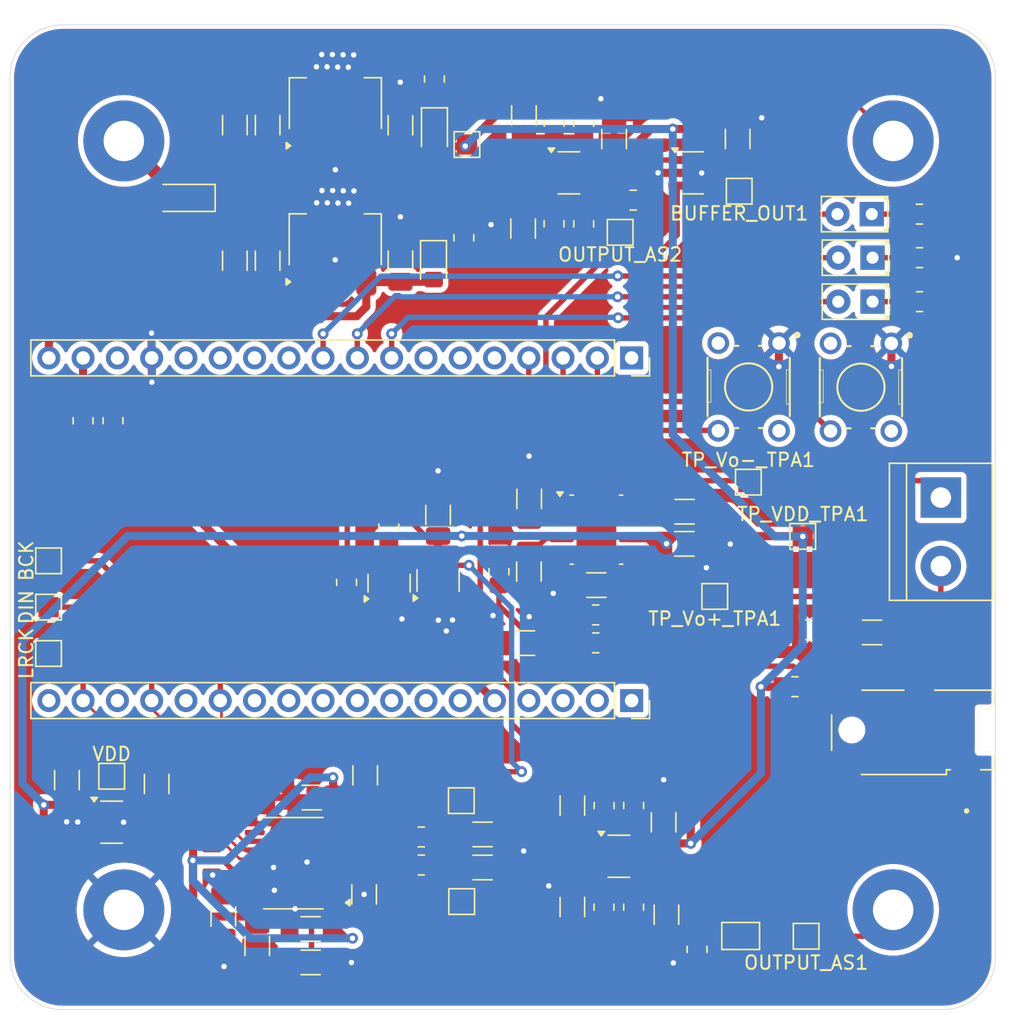
<source format=kicad_pcb>
(kicad_pcb (version 20241229) (generator "pcbnew") (generator_version "9.0")
  (layers (0 "F.Cu" signal) (2 "B.Cu" signal) (13 "F.Paste" user) (15 "B.Paste" user) (5 "F.SilkS" user "F.Silkscreen") (7 "B.SilkS" user "B.Silkscreen") (1 "F.Mask" user) (3 "B.Mask" user) (25 "Edge.Cuts" user))
  (net 0 "")
  (net 1 "GND")
  (net 2 "/VNEG")
  (net 3 "/LDOO")
  (net 4 "Net-(U2-CAPM)")
  (net 5 "Net-(U2-CAPP)")
  (net 6 "/Vo+")
  (net 7 "/IN")
  (net 8 "/OUTDACL")
  (net 9 "/OUTDACR")
  (net 10 "/BUFFEROUT")
  (net 11 "Net-(CI_TPA711-Pad1)")
  (net 12 "Net-(C_COUPLING_AMPSTAGE1-Pad2)")
  (net 13 "Net-(C_GND_AMPSTAGE1-Pad2)")
  (net 14 "Net-(C_GND_AMPSTAGE2-Pad2)")
  (net 15 "+5V")
  (net 16 "Net-(U2-OUTL)")
  (net 17 "Net-(U2-OUTR)")
  (net 18 "/BCK")
  (net 19 "/DIN")
  (net 20 "/Filter_OUT")
  (net 21 "/Vo-")
  (net 22 "+15V")
  (net 24 "Net-(D7-K)")
  (net 29 "+3v3_ESP")
  (net 31 "/LED_1")
  (net 35 "/LED_2")
  (net 44 "/LRCK")
  (net 45 "/Filter_IN")
  (net 47 "Net-(DEBUG1-Pad1)")
  (net 48 "Net-(D11-K)")
  (net 49 "/SE{slash}~{BTL}")
  (net 50 "/HI_LO")
  (net 51 "Net-(C_INPUT_TPA3-Pad2)")
  (net 56 "+3v3")
  (net 57 "Net-(Q1-Pad1)")
  (net 58 "Net-(D8-K)")
  (net 59 "/LED_3")
  (net 60 "Net-(D9-K)")
  (net 61 "+5V1")
  (net 62 "Net-(D10-K)")
  (net 63 "Net-(U9-+)")
  (net 64 "Net-(U10-+)")
  (net 65 "Net-(U7-SE{slash}~{BTL})")
  (net 66 "Net-(U11-+)")
  (net 67 "Net-(U9--)")
  (net 68 "Net-(U10--)")
  (net 70 "Net-(U3-S)")
  (net 73 "+15V_Diode")
  (net 74 "/ADC")
  (net 75 "Net-(JP3-A)")
  (net 77 "Net-(U7-BYPASS)")
  (net 78 "/Filter")
  (net 80 "/Poll_Button_1")
  (net 81 "/Poll_Button_2")
  (footprint "Capacitor_SMD:C_1206_3216Metric_Pad1.33x1.80mm_HandSolder" (layer "F.Cu") (at 222.27 99.5 180)
    (property "Reference" "C2_CPPS_PCM1" (hide yes))
    (property "Value" "2.2uF")
  )
  (footprint "Resistor_SMD:R_0805_2012Metric_Pad1.20x1.40mm_HandSolder" (layer "F.Cu") (at 240.31 37.2925 90)
    (property "Reference" "R3" (hide yes))
    (property "Value" "10K")
  )
  (footprint "Capacitor_SMD:C_1206_3216Metric_Pad1.33x1.80mm_HandSolder" (layer "F.Cu") (at 249.96 68.47)
    (property "Reference" "C_INPUT_TPA1" (hide yes))
    (property "Value" "10uF")
  )
  (footprint "Resistor_SMD:R_0805_2012Metric_Pad1.20x1.40mm_HandSolder" (layer "F.Cu") (at 228.06 67.23 90)
    (property "Reference" "RL1" (hide yes))
    (property "Value" "5K")
  )
  (footprint "TestPoint:TestPoint_Pad_1.5x1.5mm" (layer "F.Cu") (at 202.85 73.165 90)
    (property "Reference" "DIN")
    (property "Value" "TestPoint")
  )
  (footprint "Resistor_SMD:R_0805_2012Metric_Pad1.20x1.40mm_HandSolder" (layer "F.Cu") (at 244 95.4025 90)
    (property "Reference" "RG1" (hide yes))
    (property "Value" "100k")
  )
  (footprint "TestPoint:TestPoint_Pad_1.5x1.5mm" (layer "F.Cu") (at 202.85 76.6 90)
    (property "Reference" "LRCK")
    (property "Value" "TestPoint")
  )
  (footprint "Capacitor_SMD:C_1206_3216Metric_Pad1.33x1.80mm_HandSolder" (layer "F.Cu") (at 238.44 70.53 -90)
    (property "Reference" "C_SE/BTL_TPA1" (hide yes))
    (property "Value" "0.1uF")
  )
  (footprint "Capacitor_SMD:C_1206_3216Metric_Pad1.33x1.80mm_HandSolder" (layer "F.Cu") (at 243.44 71.53)
    (property "Reference" "CF_TPA711" (hide yes))
    (property "Value" "5pF")
  )
  (footprint "Capacitor_SMD:C_1206_3216Metric_Pad1.33x1.80mm_HandSolder" (layer "F.Cu") (at 228.92 47.4825 -90)
    (property "Reference" "C_OUTPUT_LDO2" (hide yes))
    (property "Value" "22uF")
  )
  (footprint "Capacitor_SMD:C_1206_3216Metric_Pad1.33x1.80mm_HandSolder" (layer "F.Cu") (at 222.27 97.02)
    (property "Reference" "C1_CPPS_PCM1" (hide yes))
    (property "Value" "0.1uF")
  )
  (footprint "Capacitor_SMD:C_1206_3216Metric_Pad1.33x1.80mm_HandSolder" (layer "F.Cu") (at 248.42 89.115 -90)
    (property "Reference" "C_COUPLING_AMPSTAGE2" (hide yes))
    (property "Value" "10nF")
  )
  (footprint "Resistor_SMD:R_0805_2012Metric_Pad1.20x1.40mm_HandSolder" (layer "F.Cu") (at 243.39 75.81)
    (property "Reference" "RI_TPA711" (hide yes))
    (property "Value" "10K")
  )
  (footprint "Capacitor_SMD:C_1206_3216Metric_Pad1.33x1.80mm_HandSolder" (layer "F.Cu") (at 231.71 66.33 90)
    (property "Reference" "C_COUPLING_MUX2" (hide yes))
    (property "Value" "10nF")
  )
  (footprint "Package_TO_SOT_SMD:SOT-23-5" (layer "F.Cu") (at 245.1025 91.63)
    (property "Reference" "U9" (hide yes))
    (property "Value" "MCP6001-OT")
  )
  (footprint "Resistor_SMD:R_0805_2012Metric_Pad1.20x1.40mm_HandSolder" (layer "F.Cu") (at 207.625 59.34 90)
    (property "Reference" "R_LADDER_3" (hide yes))
    (property "Value" "1k")
  )
  (footprint "Capacitor_SMD:C_1206_3216Metric_Pad1.33x1.80mm_HandSolder" (layer "F.Cu") (at 235.0075 90.0125)
    (property "Reference" "CG2_PCM5102" (hide yes))
    (property "Value" "2.2nF")
  )
  (footprint "Resistor_SMD:R_0805_2012Metric_Pad1.20x1.40mm_HandSolder" (layer "F.Cu") (at 230.47 92.28)
    (property "Reference" "ROUTDACL1" (hide yes))
    (property "Value" "470")
  )
  (footprint "Capacitor_SMD:C_1206_3216Metric_Pad1.33x1.80mm_HandSolder" (layer "F.Cu") (at 219.0825 47.4825 -90)
    (property "Reference" "C_INPUT_LDO2" (hide yes))
    (property "Value" "0.47uF")
  )
  (footprint "TerminalBlock:TerminalBlock_bornier-2_P5.08mm" (layer "F.Cu") (at 268.96 65.04 -90)
    (property "Reference" "LS1" (hide yes))
    (property "Value" "Speaker")
  )
  (footprint "Capacitor_SMD:C_1206_3216Metric_Pad1.33x1.80mm_HandSolder" (layer "F.Cu") (at 244.75 38.4625 -90)
    (property "Reference" "C_COUPLING_AMPSTAGE3" (hide yes))
    (property "Value" "10nF")
  )
  (footprint "Resistor_SMD:R_0805_2012Metric_Pad1.20x1.40mm_HandSolder" (layer "F.Cu") (at 250.9 98.5325 90)
    (property "Reference" "R_COUPLING_AMPSTAGE1" (hide yes))
    (property "Value" "100K")
  )
  (footprint "B3F-1000:SW_B3F-1000" (layer "F.Cu") (at 263.04 56.86 -90)
    (property "Reference" "S2" (hide yes))
    (property "Value" "B3F-1000")
  )
  (footprint "Capacitor_SMD:C_1206_3216Metric_Pad1.33x1.80mm_HandSolder" (layer "F.Cu") (at 222.3575 87.28 180)
    (property "Reference" "C1_APS_PCM5102" (hide yes))
    (property "Value" "10uF")
  )
  (footprint "Capacitor_SMD:C_1206_3216Metric_Pad1.33x1.80mm_HandSolder" (layer "F.Cu") (at 238.46 65.14 90)
    (property "Reference" "CB_TPA1" (hide yes))
    (property "Value" "2.2uF")
  )
  (footprint "TestPoint:TestPoint_Pad_1.5x1.5mm" (layer "F.Cu") (at 202.85 69.73 90)
    (property "Reference" "BCK")
    (property "Value" "TestPoint")
  )
  (footprint "TestPoint:TestPoint_Pad_1.5x1.5mm" (layer "F.Cu") (at 258.98 97.56)
    (property "Reference" "OUTPUT_AS1")
    (property "Value" "TestPoint")
  )
  (footprint "Capacitor_SMD:C_1206_3216Metric_Pad1.33x1.80mm_HandSolder" (layer "F.Cu") (at 210.86 86.2725 -90)
    (property "Reference" "C_INPUT_RT1" (hide yes))
    (property "Value" "22uF")
  )
  (footprint "Package_TO_SOT_SMD:SOT-23-5" (layer "F.Cu") (at 207.5275 89.105)
    (property "Reference" "U5" (hide yes))
    (property "Value" "RT9080-33GJ5")
  )
  (footprint "Package_TO_SOT_SMD:SOT-23-5" (layer "F.Cu") (at 250.5625 40.97)
    (property "Reference" "U11" (hide yes))
    (property "Value" "MCP6001-OT")
  )
  (footprint "Capacitor_SMD:C_1206_3216Metric_Pad1.33x1.80mm_HandSolder" (layer "F.Cu") (at 249.97 66.09 180)
    (property "Reference" "C_INPUT_TPA2" (hide yes))
    (property "Value" "0.1uF")
  )
  (footprint "TestPoint:FestoBoard_Drill_Hole" (layer "F.Cu") (at 208.426 95.602)
    (property "Reference" "J4" (hide yes))
    (property "Value" "Conn_01x01_Pin")
  )
  (footprint "Resistor_SMD:R_0805_2012Metric_Pad1.20x1.40mm_HandSolder" (layer "F.Cu") (at 236.22 70.53 90)
    (property "Reference" "R13" (hide yes))
    (property "Value" "100K")
  )
  (footprint "Resistor_SMD:R_0805_2012Metric_Pad1.20x1.40mm_HandSolder" (layer "F.Cu") (at 258.15 79.06 180)
    (property "Reference" "R12" (hide yes))
    (property "Value" "100K")
  )
  (footprint "Resistor_SMD:R_0805_2012Metric_Pad1.20x1.40mm_HandSolder" (layer "F.Cu") (at 246.17 42.9925)
    (property "Reference" "DEBUG1" (hide yes))
    (property "Value" "0")
  )
  (footprint "Capacitor_SMD:C_1206_3216Metric_Pad1.33x1.80mm_HandSolder" (layer "F.Cu") (at 263.87 75.04 180)
    (property "Reference" "C_INPUT_TPA3" (hide yes))
    (property "Value" "10uF")
  )
  (footprint "Capacitor_SMD:C_1206_3216Metric_Pad1.33x1.80mm_HandSolder" (layer "F.Cu") (at 226.23 94.46 90)
    (property "Reference" "CA_PCM5102" (hide yes))
    (property "Value" "2.2uF")
  )
  (footprint "LED_SMD:LED_0805_2012Metric_Pad1.15x1.40mm_HandSolder" (layer "F.Cu") (at 231.44 38.01 -90)
    (property "Reference" "D10" (hide yes))
    (property "Value" "LED")
  )
  (footprint "Capacitor_SMD:C_1206_3216Metric_Pad1.33x1.80mm_HandSolder" (layer "F.Cu") (at 238.01 45.1025 -90)
    (property "Reference" "C_GND_AMPSTAGE2" (hide yes))
    (property "Value" "10uF")
  )
  (footprint "LED_THT:LED_D2.0mm_W4.8mm_H2.5mm_FlatTop" (layer "F.Cu") (at 263.9 47.26 180)
    (property "Reference" "D8" (hide yes))
    (property "Value" "LED")
  )
  (footprint "Resistor_SMD:R_0805_2012Metric_Pad1.20x1.40mm_HandSolder" (layer "F.Cu") (at 259.18 74.84 180)
    (property "Reference" "R11" (hide yes))
    (property "Value" "1K")
  )
  (footprint "Capacitor_SMD:C_1206_3216Metric_Pad1.33x1.80mm_HandSolder" (layer "F.Cu") (at 238.15 75.83 180)
    (property "Reference" "CI_TPA711" (hide yes))
    (property "Value" "0.47uF")
  )
  (footprint "Resistor_SMD:R_0805_2012Metric_Pad1.20x1.40mm_HandSolder" (layer "F.Cu") (at 243.38 73.74 180)
    (property "Reference" "RF_TPA711" (hide yes))
    (property "Value" "50k")
  )
  (footprint "Resistor_SMD:R_0805_2012Metric_Pad1.20x1.40mm_HandSolder" (layer "F.Cu") (at 205.405 59.35 90)
    (property "Reference" "R_LADDER_2" (hide yes))
    (property "Value" "1k")
  )
  (footprint "B3F-1000:SW_B3F-1000" (layer "F.Cu") (at 254.72 56.84 -90)
    (property "Reference" "S1" (hide yes))
    (property "Value" "B3F-1000")
  )
  (footprint "Connector_PinSocket_2.54mm:PinSocket_1x18_P2.54mm_Vertical" (layer "F.Cu") (at 246.05 80.09 -90)
    (property "Reference" "J3" (hide yes))
    (property "Value" "Conn_01x18")
  )
  (footprint "Capacitor_SMD:C_1206_3216Metric_Pad1.33x1.80mm_HandSolder" (layer "F.Cu") (at 241.66 87.8725 -90)
    (property "Reference" "C_GND_AMPSTAGE3" (hide yes))
    (property "Value" "10uF")
  )
  (footprint "Resistor_SMD:R_0805_2012Metric_Pad1.20x1.40mm_HandSolder" (layer "F.Cu") (at 233.62 45.79 -90)
    (property "Reference" "STATUS_LED2" (hide yes))
    (property "Value" "330")
  )
  (footprint "Connector_PinSocket_2.54mm:PinSocket_1x18_P2.54mm_Vertical" (layer "F.Cu") (at 246.05 54.69 -90)
    (property "Reference" "J2" (hide yes))
    (property "Value" "Conn_01x18")
  )
  (footprint "TestPoint:TestPoint_Pad_1.5x1.5mm" (layer "F.Cu") (at 252.21 72.37 180)
    (property "Reference" "TP_Vo+_TPA1")
    (property "Value" "TestPoint")
  )
  (footprint "Jumper:SolderJumper-2_P1.3mm_Open_Pad1.0x1.5mm" (layer "F.Cu") (at 254.13 97.54)
    (property "Reference" "JP3" (hide yes))
    (property "Value" "Jumper_2_Open")
  )
  (footprint "Capacitor_SMD:C_1206_3216Metric_Pad1.33x1.80mm_HandSolder" (layer "F.Cu") (at 248.63 95.9625 -90)
    (property "Reference" "C_COUPLING_AMPSTAGE1" (hide yes))
    (property "Value" "10uF")
  )
  (footprint "Resistor_SMD:R_0805_2012Metric_Pad1.20x1.40mm_HandSolder" (layer "F.Cu") (at 231.44 34.02 -90)
    (property "Reference" "STATUS_LED3" (hide yes))
    (property "Value" "330")
  )
  (footprint "Package_TO_SOT_SMD:SOT-23-6" (layer "F.Cu") (at 231.71 71.1925 90)
    (property "Reference" "U3" (hide yes))
    (property "Value" "SN74LVC1G3157")
  )
  (footprint "TestPoint:TestPoint_Pad_1.5x1.5mm" (layer "F.Cu") (at 245.2 45.38 180)
    (property "Reference" "OUTPUT_AS2")
    (property "Value" "TestPoint")
  )
  (footprint "Resistor_SMD:R_0805_2012Metric_Pad1.20x1.40mm_HandSolder" (layer "F.Cu") (at 267.38 50.52 180)
    (property "Reference" "R5" (hide yes))
    (property "Value" "2.2K")
  )
  (footprint "Capacitor_SMD:C_1206_3216Metric_Pad1.33x1.80mm_HandSolder" (layer "F.Cu") (at 238.07 36.7125 -90)
    (property "Reference" "C_IN_AMPSTAGE1" (hide yes))
    (property "Value" "10uF")
  )
  (footprint "TestPoint:TestPoint_Pad_1.5x1.5mm" (layer "F.Cu") (at 207.5275 85.7)
    (property "Reference" "VDD")
    (property "Value" "TestPoint")
  )
  (footprint "TestPoint:FestoBoard_Drill_Hole" (layer "F.Cu") (at 265.426 38.602)
    (property "Reference" "J6" (hide yes))
    (property "Value" "Conn_01x01_Pin")
  )
  (footprint "TestPoint:TestPoint_Pad_1.5x1.5mm" (layer "F.Cu") (at 258.73 67.92)
    (property "Reference" "TP_VDD_TPA1")
    (property "Value" "TestPoint")
  )
  (footprint "Package_TO_SOT_SMD:SOT-23-5" (layer "F.Cu") (at 241.4025 40.97)
    (property "Reference" "U10" (hide yes))
    (property "Value" "MCP6001-OT")
  )
  (footprint "Resistor_SMD:R_0805_2012Metric_Pad1.20x1.40mm_HandSolder" (layer "F.Cu") (at 244.01 87.8725 90)
    (property "Reference" "R1" (hide yes))
    (property "Value" "10K")
  )
  (footprint "TestPoint:TestPoint_Pad_1.5x1.5mm" (layer "F.Cu") (at 233.46 94.99 -90)
    (property "Reference" "OUT_DAC_L1" (hide yes))
    (property "Value" "TestPoint")
  )
  (footprint "Resistor_SMD:R_0805_2012Metric_Pad1.20x1.40mm_HandSolder" (layer "F.Cu") (at 246.2 87.87 90)
    (property "Reference" "R2" (hide yes))
    (property "Value" "10K")
  )
  (footprint "Package_SO:Texas_R-PDSO-G8_EP2.95x4.9mm_Mask2.4x3.1mm" (layer "F.Cu") (at 243.44 67.42)
    (property "Reference" "U7" (hide yes))
    (property "Value" "TPA711")
  )
  (footprint "Package_TO_SOT_SMD:SOT-23" (layer "F.Cu") (at 228.08 71.39 90)
    (property "Reference" "Q1" (hide yes))
    (property "Value" "MMBT7002K")
  )
  (footprint "TestPoint:TestPoint_Pad_1.5x1.5mm" (layer "F.Cu") (at 233.43 87.51 -90)
    (property "Reference" "OUT_DAC_R1" (hide yes))
    (property "Value" "TestPoint")
  )
  (footprint "Capacitor_SMD:C_1206_3216Metric_Pad1.33x1.80mm_HandSolder" (layer "F.Cu") (at 253.9075 38.46 -90)
    (property "Reference" "C_COUPLING_AMPSTAGE4" (hide yes))
    (property "Value" "10nF")
  )
  (footprint "Capacitor_SMD:C_1206_3216Metric_Pad1.33x1.80mm_HandSolder" (layer "F.Cu") (at 226.31 85.63 -90)
    (property "Reference" "C2_APS_PCM5102" (hide yes))
    (property "Value" "0.1uF")
  )
  (footprint "LED_THT:LED_D2.0mm_W4.8mm_H2.5mm_FlatTop" (layer "F.Cu") (at 263.9 50.52 180)
    (property "Reference" "D7" (hide yes))
    (property "Value" "LED")
  )
  (footprint "TestPoint:FestoBoard_Drill_Hole" (layer "F.Cu") (at 208.426 38.602)
    (property "Reference" "J5" (hide yes))
    (property "Value" "Conn_01x01_Pin")
  )
  (footprint "Resistor_SMD:R_0805_2012Metric_Pad1.20x1.40mm_HandSolder" (layer "F.Cu") (at 240.3 44.7425 90)
    (property "Reference" "RG2" (hide yes))
    (property "Value" "100K")
  )
  (footprint "TestPoint:TestPoint_Pad_1.5x1.5mm" (layer "F.Cu") (at 254.02 42.3325 180)
    (property "Reference" "BUFFER_OUT1")
    (property "Value" "TestPoint")
  )
  (footprint "Package_SO:TSSOP-20_4.4x6.5mm_P0.65mm" (layer "F.Cu") (at 220.9875 92.145 180)
    (property "Reference" "U2" (hide yes))
    (property "Value" "PCM5102")
  )
  (footprint "TestPoint:TestPoint_Pad_1.5x1.5mm" (layer "F.Cu") (at 233.85 38.87 90)
    (property "Reference" "+5V1" (hide yes))
    (property "Value" "TestPoint")
  )
  (footprint "LED_THT:LED_D2.0mm_W4.8mm_H2.5mm_FlatTop" (layer "F.Cu") (at 263.84 44.03 180)
    (property "Reference" "D9" (hide yes))
    (property "Value" "LED")
  )
  (footprint "Capacitor_SMD:C_1206_3216Metric_Pad1.33x1.80mm_HandSolder" (layer "F.Cu") (at 204.21 85.99 -90)
    (property "Reference" "C_INPUT_RT9080" (hide yes))
    (property "Value" "1uF")
  )
  (footprint "Capacitor_SMD:C_1206_3216Metric_Pad1.33x1.80mm_HandSolder" (layer "F.Cu") (at 235.0075 92.4625)
    (property "Reference" "CG1_PCM5102" (hide yes))
    (property "Value" "2.2nF")
  )
  (footprint "Package_TO_SOT_SMD:SOT-223" (layer "F.Cu") (at 224.09 45.92 90)
    (property "Reference" "U6" (hide yes))
    (property "Value" "LM2940CT-5.0_MOD")
  )
  (footprint "Resistor_SMD:R_0805_2012Metric_Pad1.20x1.40mm_HandSolder" (layer "F.Cu") (at 242.5 37.2925 90)
    (property "Reference" "R4" (hide yes))
    (property "Value" "10K")
  )
  (footprint "Capacitor_SMD:C_1206_3216Metric_Pad1.33x1.80mm_HandSolder" (layer "F.Cu") (at 216.65125 37.4325 90)
    (property "Reference" "C_IN_+15V_3" (hide yes))
    (property "Value" "10uF")
  )
  (footprint "Capacitor_SMD:C_1206_3216Metric_Pad1.33x1.80mm_HandSolder" (layer "F.Cu") (at 241.66 95.3925 -90)
    (property "Reference" "C_GND_AMPSTAGE1" (hide yes))
    (property "Value" "10uF")
  )
  (footprint "Capacitor_SMD:C_1206_3216Metric_Pad1.33x1.80mm_HandSolder" (layer "F.Cu") (at 215.8 96.1 -90)
    (property "Reference" "C2_DPS_PCM1" (hide yes))
    (property "Value" "0.1uF")
  )
  (footprint "LED_SMD:LED_0805_2012Metric_Pad1.15x1.40mm_HandSolder" (layer "F.Cu") (at 231.37 47.855 -90)
    (property "Reference" "D11" (hide yes))
    (property "Value" "LED")
  )
  (footprint "Diode_SMD:D_SOD-123F" (layer "F.Cu") (at 212.98 42.83 180)
    (property "Reference" "D5" (hide yes))
    (property "Value" "D_Schottky")
  )
  (footprint "SJ2-35853B-SMT-TR:CUI_SJ2-35853B-SMT-TR" (layer "F.Cu") (at 266.87 82.27 180)
    (property "Reference" "J1" (hide yes))
    (property "Value" "SJ2-35853B-SMT-TR")
    (fp_line (start -4.9 1.6) (end -4.9 -1.6) (stroke (width 0.01)) (layer "Edge.Cuts"))
    (fp_line (start -4.9 -1.6) (end -6 -1.6) (stroke (width 0.01)) (layer "Edge.Cuts"))
    (fp_line (start -6 1.6) (end -4.9 1.6) (stroke (width 0.01)) (layer "Edge.Cuts"))
    (fp_line (start -6 -1.6) (end -6 1.6) (stroke (width 0.01)) (layer "Edge.Cuts"))
  )
  (footprint "Capacitor_SMD:C_1206_3216Metric_Pad1.33x1.80mm_HandSolder" (layer "F.Cu") (at 218.31 98.28 90)
    (property "Reference" "C1_DPS_PCM1" (hide yes))
    (property "Value" "0.1uF")
  )
  (footprint "Resistor_SMD:R_0805_2012Metric_Pad1.20x1.40mm_HandSolder" (layer "F.Cu") (at 242.5 44.7525 90)
    (property "Reference" "RF2" (hide yes))
    (property "Value" "5K")
  )
  (footprint "Resistor_SMD:R_0805_2012Metric_Pad1.20x1.40mm_HandSolder" (layer "F.Cu") (at 267.38 47.26 180)
    (property "Reference" "R6" (hide yes))
    (property "Value" "2.2K")
  )
  (footprint "Capacitor_SMD:C_1206_3216Metric_Pad1.33x1.80mm_HandSolder" (layer "F.Cu") (at 219.0825 37.4325 -90)
    (property "Reference" "C_INPUT_LDO3" (hide yes))
    (property "Value" "0.47uF")
  )
  (footprint "Package_TO_SOT_SMD:SOT-223" (layer "F.Cu") (at 224.1 35.83 90)
    (property "Reference" "U8" (hide yes))
    (property "Value" "LM2940CT-5.0_MOD")
  )
  (footprint "Capacitor_SMD:C_1206_3216Metric_Pad1.33x1.80mm_HandSolder" (layer "F.Cu") (at 228.92 37.4425 -90)
    (property "Reference" "C_OUTPUT_LDO3" (hide yes))
    (property "Value" "22uF")
  )
  (footprint "TestPoint:TestPoint_Pad_1.5x1.5mm" (layer "F.Cu") (at 254.7 63.9)
    (property "Reference" "TP_Vo-_TPA1")
    (property "Value" "TestPoint")
  )
  (footprint "Resistor_SMD:R_0805_2012Metric_Pad1.20x1.40mm_HandSolder" (layer "F.Cu") (at 230.47 90.2)
    (property "Reference" "ROUTDACR1" (hide yes))
    (property "Value" "470")
  )
  (footprint "Capacitor_SMD:C_1206_3216Metric_Pad1.33x1.80mm_HandSolder" (layer "F.Cu") (at 216.65125 47.4825 90)
    (property "Reference" "C_IN_+15V_2" (hide yes))
    (property "Value" "10uF")
  )
  (footprint "TestPoint:FestoBoard_Drill_Hole" (layer "F.Cu") (at 265.426 95.602)
    (property "Reference" "J7" (hide yes))
    (property "Value" "Conn_01x01_Pin")
  )
  (footprint "Resistor_SMD:R_0805_2012Metric_Pad1.20x1.40mm_HandSolder" (layer "F.Cu") (at 267.37 44.03 180)
    (property "Reference" "R7" (hide yes))
    (property "Value" "2.2K")
  )
  (footprint "Resistor_SMD:R_0805_2012Metric_Pad1.20x1.40mm_HandSolder" (layer "F.Cu") (at 224.93 71.33 -90)
    (property "Reference" "RG3" (hide yes))
    (property "Value" "470")
  )
  (footprint "Resistor_SMD:R_0805_2012Metric_Pad1.20x1.40mm_HandSolder" (layer "F.Cu") (at 246.2 95.4025 90)
    (property "Reference" "RF1" (hide yes))
    (property "Value" "5K")
  )
  (gr_line (start 273 99.1) (end 273 33.9) (stroke (width 0.05)) (layer "Edge.Cuts"))
  (gr_arc (start 269.1 30) (mid 271.857716 31.142284) (end 273 33.9) (stroke (width 0.05)) (layer "Edge.Cuts"))
  (gr_line (start 203.9 103) (end 269.1 103) (stroke (width 0.05)) (layer "Edge.Cuts"))
  (gr_arc (start 273 99.1) (mid 271.857716 101.857716) (end 269.1 103) (stroke (width 0.05)) (layer "Edge.Cuts"))
  (gr_line (start 200 33.9) (end 200 99.1) (stroke (width 0.05)) (layer "Edge.Cuts"))
  (gr_line (start 269.1 30) (end 203.9 30) (stroke (width 0.05)) (layer "Edge.Cuts"))
  (gr_arc (start 203.9 103) (mid 201.142284 101.857716) (end 200 99.1) (stroke (width 0.05)) (layer "Edge.Cuts"))
  (gr_arc (start 200 33.9) (mid 201.142284 31.142284) (end 203.9 30) (stroke (width 0.05)) (layer "Edge.Cuts"))
  (segment (start 242.7375 36.2925) (end 243.56 35.47) (width 0.6) (layer "F.Cu") (net 1))
  (segment (start 235.65 44.81) (end 236.92 43.54) (width 0.6) (layer "F.Cu") (net 1))
  (segment (start 268.37 45.46) (end 270.17 47.26) (width 0.6) (layer "F.Cu") (net 1))
  (segment (start 228.91 34.25) (end 228.91 36.01) (width 0.6) (layer "F.Cu") (net 1))
  (segment (start 240.24 72.14) (end 238.48 72.14) (width 0.6) (layer "F.Cu") (net 1))
  (segment (start 238.45 61.97) (end 238.45 63.73) (width 0.6) (layer "F.Cu") (net 1))
  (segment (start 225.61 94.46) (end 226.23 94.46) (width 0.4) (layer "F.Cu") (net 1))
  (segment (start 246.0025 66.785) (end 247.7125 66.785) (width 0.6) (layer "F.Cu") (net 1))
  (segment (start 239.91 93.83) (end 241.67 93.83) (width 0.6) (layer "F.Cu") (net 1))
  (segment (start 210.5 56.49) (end 210.5 54.73) (width 0.6) (layer "F.Cu") (net 1))
  (segment (start 268.38 49.05) (end 270.17 47.26) (width 0.6) (layer "F.Cu") (net 1))
  (segment (start 248.42 85.96) (end 248.42 87.72) (width 0.6) (layer "F.Cu") (net 1))
  (segment (start 236.92 43.54) (end 238.01 43.54) (width 0.6) (layer "F.Cu") (net 1))
  (segment (start 231.71 63.06) (end 231.71 64.82) (width 0.6) (layer "F.Cu") (net 1))
  (segment (start 219.56 92.46) (end 218.135 92.46) (width 0.4) (layer "F.Cu") (net 1))
  (segment (start 246.81 85.96) (end 248.42 85.96) (width 0.6) (layer "F.Cu") (net 1))
  (segment (start 220.7075 95.9325) (end 221.11 95.53) (width 0.4) (layer "F.Cu") (net 1))
  (segment (start 215.8 97.6625) (end 215.8 99.75) (width 0.6) (layer "F.Cu") (net 1))
  (segment (start 231.73 74.13) (end 231.73 72.37) (width 0.6) (layer "F.Cu") (net 1))
  (segment (start 235.63 44.81) (end 235.65 44.81) (width 0.6) (layer "F.Cu") (net 1))
  (segment (start 228.92 44.23) (end 228.92 45.99) (width 0.6) (layer "F.Cu") (net 1))
  (segment (start 210.48 52.85) (end 210.48 54.61) (width 0.6) (layer "F.Cu") (net 1))
  (segment (start 255.69 36.89) (end 253.93 36.89) (width 0.6) (layer "F.Cu") (net 1))
  (segment (start 235.63 44.81) (end 233.87 44.81) (width 0.6) (layer "F.Cu") (net 1))
  (segment (start 249.14 99.54) (end 250.9 99.54) (width 0.6) (layer "F.Cu") (net 1))
  (segment (start 268.37 44.03) (end 268.37 45.46) (width 0.6) (layer "F.Cu") (net 1))
  (segment (start 224.1 40.74) (end 224.1 38.98) (width 0.6) (layer "F.Cu") (net 1))
  (segment (start 215.85 99.8) (end 217.61 99.8) (width 0.6) (layer "F.Cu") (net 1))
  (segment (start 224.09 40.75) (end 224.1 40.74) (width 0.6) (layer "F.Cu") (net 1))
  (segment (start 223.8325 99.5) (end 225.28 99.5) (width 0.4) (layer "F.Cu") (net 1))
  (segment (start 246.2 86.57) (end 246.81 85.96) (width 0.6) (layer "F.Cu") (net 1))
  (segment (start 236.57 92.4625) (end 236.8275 92.4625) (width 0.6) (layer "F.Cu") (net 1))
  (segment (start 242.5 36.2925) (end 242.7375 36.2925) (width 0.6) (layer "F.Cu") (net 1))
  (segment (start 229.03 74.04) (end 229.03 72.28) (width 0.6) (layer "F.Cu") (net 1))
  (segment (start 244.75 36.9) (end 244.75 36.23) (width 0.6) (layer "F.Cu") (net 1))
  (segment (start 218.125 94.42) (end 219.34 94.42) (width 0.4) (layer "F.Cu") (net 1))
  (segment (start 265.3 55.32) (end 265.3 53.56) (width 0.6) (layer "F.Cu") (net 1))
  (segment (start 268.38 50.52) (end 268.38 49.05) (width 0.6) (layer "F.Cu") (net 1))
  (segment (start 246.2 86.87) (end 246.2 86.57) (width 0.6) (layer "F.Cu") (net 1))
  (segment (start 236.8225 90.0125) (end 238.05 91.24) (width 0.6) (layer "F.Cu") (net 1))
  (segment (start 244.75 36.23) (end 243.99 35.47) (width 0.6) (layer "F.Cu") (net 1))
  (segment (start 220.7075 97.02) (end 220.7075 95.9325) (width 0.4) (layer "F.Cu") (net 1))
  (segment (start 248.01 40.97) (end 249.77 40.97) (width 0.6) (layer "F.Cu") (net 1))
  (segment (start 253.36 68.49) (end 251.6 68.49) (width 0.6) (layer "F.Cu") (net 1))
  (segment (start 243.56 35.47) (end 243.99 35.47) (width 0.6) (layer "F.Cu") (net 1))
  (segment (start 219.34 94.42) (end 219.64 94.12) (width 0.4) (layer "F.Cu") (net 1))
  (segment (start 208.4075 89.105) (end 206.6475 89.105) (width 0.6) (layer "F.Cu") (net 1))
  (segment (start 218.125 92.47) (end 219.25 92.47) (width 0.4) (layer "F.Cu") (net 1))
  (segment (start 238.46 73.87) (end 238.46 72.11) (width 0.6) (layer "F.Cu") (net 1))
  (segment (start 251.24 40.98) (end 249.48 40.98) (width 0.6) (layer "F.Cu") (net 1))
  (segment (start 225.28 99.5) (end 225.29 99.51) (width 0.4) (layer "F.Cu") (net 1))
  (segment (start 236.57 90.0125) (end 236.8225 90.0125) (width 0.6) (layer "F.Cu") (net 1))
  (segment (start 224.09 47.42) (end 224.09 49.18) (width 0.6) (layer "F.Cu") (net 1))
  (segment (start 224.92 93.77) (end 225.61 94.46) (width 0.4) (layer "F.Cu") (net 1))
  (segment (start 224.09 42.77) (end 224.09 40.75) (width 0.6) (layer "F.Cu") (net 1))
  (segment (start 218.135 92.46) (end 218.125 92.47) (width 0.4) (layer "F.Cu") (net 1))
  (segment (start 251.59 70.24) (end 251.59 68.48) (width 0.6) (layer "F.Cu") (net 1))
  (segment (start 256.96 55.34) (end 256.96 53.58) (width 0.6) (layer "F.Cu") (net 1))
  (segment (start 236.8275 92.4625) (end 238.05 91.24) (width 0.6) (layer "F.Cu") (net 1))
  (segment (start 270.17 47.26) (end 268.41 47.26) (width 0.6) (layer "F.Cu") (net 1))
  (segment (start 223.85 93.77) (end 224.92 93.77) (width 0.4) (layer "F.Cu") (net 1))
  (segment (start 215.8 99.75) (end 215.85 99.8) (width 0.6) (layer "F.Cu") (net 1))
  (segment (start 205.01 89.09) (end 206.77 89.09) (width 0.6) (layer "F.Cu") (net 1))
  (segment (start 247.7125 66.785) (end 248.4075 66.09) (width 0.6) (layer "F.Cu") (net 1))
  (via (at 223.502857 43.19) (size 0.8) (drill 0.4) (layers "F.Cu" "B.Cu") (net 1))
  (via (at 224.685715 42.3) (size 0.8) (drill 0.4) (layers "F.Cu" "B.Cu") (net 1))
  (via (at 251.59 70.24) (size 0.8) (drill 0.4) (layers "F.Cu" "B.Cu") (net 1))
  (via (at 223.485238 33.11) (size 0.8) (drill 0.4) (layers "F.Cu" "B.Cu") (net 1))
  (via (at 215.85 99.8) (size 0.8) (drill 0.4) (layers "F.Cu" "B.Cu") (net 1))
  (via (at 225.062381 33.14) (size 0.8) (drill 0.4) (layers "F.Cu" "B.Cu") (net 1))
  (via (at 235.78 73.79) (size 0.8) (drill 0.4) (layers "F.Cu" "B.Cu") (net 1))
  (via (at 229.03 74.04) (size 0.8) (drill 0.4) (layers "F.Cu" "B.Cu") (net 1))
  (via (at 248.01 40.97) (size 0.8) (drill 0.4) (layers "F.Cu" "B.Cu") (net 1))
  (via (at 225.474286 42.31) (size 0.8) (drill 0.4) (layers "F.Cu" "B.Cu") (net 1))
  (via (at 221.11 95.53) (size 0.8) (drill 0.4) (layers "F.Cu" "B.Cu") (net 1))
  (via (at 210.48 52.85) (size 0.8) (drill 0.4) (layers "F.Cu" "B.Cu") (net 1))
  (via (at 205.01 89.09) (size 0.8) (drill 0.4) (layers "F.Cu" "B.Cu") (net 1))
  (via (at 225.456667 32.23) (size 0.8) (drill 0.4) (layers "F.Cu" "B.Cu") (net 1))
  (via (at 222.714286 43.19) (size 0.8) (drill 0.4) (layers "F.Cu" "B.Cu") (net 1))
  (via (at 225.08 43.22) (size 0.8) (drill 0.4) (layers "F.Cu" "B.Cu") (net 1))
  (via (at 224.291429 43.21) (size 0.8) (drill 0.4) (layers "F.Cu" "B.Cu") (net 1))
  (via (at 255.69 36.89) (size 0.8) (drill 0.4) (layers "F.Cu" "B.Cu") (net 1))
  (via (at 226.23 94.46) (size 0.8) (drill 0.4) (layers "F.Cu" "B.Cu") (net 1))
  (via (at 238.05 91.24) (size 0.8) (drill 0.4) (layers "F.Cu" "B.Cu") (net 1))
  (via (at 219.52 92.46) (size 0.8) (drill 0.4) (layers "F.Cu" "B.Cu") (net 1))
  (via (at 231.73 74.13) (size 0.8) (drill 0.4) (layers "F.Cu" "B.Cu") (net 1))
  (via (at 270.17 47.26) (size 0.8) (drill 0.4) (layers "F.Cu" "B.Cu") (net 1))
  (via (at 238.46 73.87) (size 0.8) (drill 0.4) (layers "F.Cu" "B.Cu") (net 1))
  (via (at 232.32 74.93) (size 0.8) (drill 0.4) (layers "F.Cu" "B.Cu") (net 1))
  (via (at 223.897143 42.28) (size 0.8) (drill 0.4) (layers "F.Cu" "B.Cu") (net 1))
  (via (at 232.78 74.12) (size 0.8) (drill 0.4) (layers "F.Cu" "B.Cu") (net 1))
  (via (at 208.4075 89.105) (size 0.8) (drill 0.4) (layers "F.Cu" "B.Cu") (net 1))
  (via (at 223.879524 32.2) (size 0.8) (drill 0.4) (layers "F.Cu" "B.Cu") (net 1))
  (via (at 224.668096 32.22) (size 0.8) (drill 0.4) (layers "F.Cu" "B.Cu") (net 1))
  (via (at 235.63 44.81) (size 0.8) (drill 0.4) (layers "F.Cu" "B.Cu") (net 1))
  (via (at 210.5 56.49) (size 0.8) (drill 0.4) (layers "F.Cu" "B.Cu") (net 1))
  (via (at 240.24 72.14) (size 0.8) (drill 0.4) (layers "F.Cu" "B.Cu") (net 1))
  (via (at 239.91 93.83) (size 0.8) (drill 0.4) (layers "F.Cu" "B.Cu") (net 1))
  (via (at 224.27381 33.13) (size 0.8) (drill 0.4) (layers "F.Cu" "B.Cu") (net 1))
  (via (at 231.71 63.06) (size 0.8) (drill 0.4) (layers "F.Cu" "B.Cu") (net 1))
  (via (at 256.96 55.34) (size 0.8) (drill 0.4) (layers "F.Cu" "B.Cu") (net 1))
  (via (at 215.01 93.02) (size 0.8) (drill 0.4) (layers "F.Cu" "B.Cu") (net 1))
  (via (at 219.58 94.15) (size 0.8) (drill 0.4) (layers "F.Cu" "B.Cu") (net 1))
  (via (at 224.09 47.42) (size 0.8) (drill 0.4) (layers "F.Cu" "B.Cu") (net 1))
  (via (at 222 92.06) (size 0.8) (drill 0.4) (layers "F.Cu" "B.Cu") (net 1))
  (via (at 225.29 99.51) (size 0.8) (drill 0.4) (layers "F.Cu" "B.Cu") (net 1))
  (via (at 238.45 61.97) (size 0.8) (drill 0.4) (layers "F.Cu" "B.Cu") (net 1))
  (via (at 228.91 34.25) (size 0.8) (drill 0.4) (layers "F.Cu" "B.Cu") (net 1))
  (via (at 228.92 44.23) (size 0.8) (drill 0.4) (layers "F.Cu" "B.Cu") (net 1))
  (via (at 243.77 35.48) (size 0.8) (drill 0.4) (layers "F.Cu" "B.Cu") (net 1))
  (via (at 251.24 40.98) (size 0.8) (drill 0.4) (layers "F.Cu" "B.Cu") (net 1))
  (via (at 265.3 55.32) (size 0.8) (drill 0.4) (layers "F.Cu" "B.Cu") (net 1))
  (via (at 248.42 85.96) (size 0.8) (drill 0.4) (layers "F.Cu" "B.Cu") (net 1))
  (via (at 204.19 89.08) (size 0.8) (drill 0.4) (layers "F.Cu" "B.Cu") (net 1))
  (via (at 224.1 40.74) (size 0.8) (drill 0.4) (layers "F.Cu" "B.Cu") (net 1))
  (via (at 253.36 68.49) (size 0.8) (drill 0.4) (layers "F.Cu" "B.Cu") (net 1))
  (via (at 222.696667 33.11) (size 0.8) (drill 0.4) (layers "F.Cu" "B.Cu") (net 1))
  (via (at 223.090953 32.2) (size 0.8) (drill 0.4) (layers "F.Cu" "B.Cu") (net 1))
  (via (at 249.14 99.54) (size 0.8) (drill 0.4) (layers "F.Cu" "B.Cu") (net 1))
  (via (at 223.108572 42.28) (size 0.8) (drill 0.4) (layers "F.Cu" "B.Cu") (net 1))
  (segment (start 222.33 93.191208) (end 222.33 98.89) (width 0.4) (layer "F.Cu") (net 2))
  (segment (start 222.33 98.89) (end 221.72 99.5) (width 0.4) (layer "F.Cu") (net 2))
  (segment (start 223.85 92.47) (end 223.051208 92.47) (width 0.4) (layer "F.Cu") (net 2))
  (segment (start 221.72 99.5) (end 220.7075 99.5) (width 0.4) (layer "F.Cu") (net 2))
  (segment (start 223.051208 92.47) (end 222.33 93.191208) (width 0.4) (layer "F.Cu") (net 2))
  (segment (start 216.5675 93.77) (end 218.125 93.77) (width 0.4) (layer "F.Cu") (net 3))
  (segment (start 215.8 94.5375) (end 216.5675 93.77) (width 0.4) (layer "F.Cu") (net 3))
  (segment (start 226.23 92.8975) (end 226.0075 93.12) (width 0.4) (layer "F.Cu") (net 4))
  (segment (start 226.0075 93.12) (end 223.85 93.12) (width 0.4) (layer "F.Cu") (net 4))
  (segment (start 226.23 96.0225) (end 226.23 96.001208) (width 0.4) (layer "F.Cu") (net 5))
  (segment (start 224.648792 94.42) (end 223.85 94.42) (width 0.4) (layer "F.Cu") (net 5))
  (segment (start 226.23 96.001208) (end 224.648792 94.42) (width 0.4) (layer "F.Cu") (net 5))
  (segment (start 244.68 73.44) (end 244.38 73.74) (width 0.4) (layer "F.Cu") (net 6))
  (segment (start 268.96 72.95) (end 268.96 70.12) (width 0.4) (layer "F.Cu") (net 6))
  (segment (start 246.0025 70.53) (end 246.0025 69.325) (width 0.4) (layer "F.Cu") (net 6))
  (segment (start 265.4325 75.04) (end 266.87 75.04) (width 0.4) (layer "F.Cu") (net 6))
  (segment (start 244.68 71.8525) (end 244.68 73.44) (width 0.4) (layer "F.Cu") (net 6))
  (segment (start 246.0025 69.325) (end 246.745 69.325) (width 0.4) (layer "F.Cu") (net 6))
  (segment (start 246.745 69.325) (end 249.79 72.37) (width 0.4) (layer "F.Cu") (net 6))
  (segment (start 263.67 72.37) (end 265.4325 74.1325) (width 0.4) (layer "F.Cu") (net 6))
  (segment (start 249.79 72.37) (end 252.21 72.37) (width 0.4) (layer "F.Cu") (net 6))
  (segment (start 265.4325 74.1325) (end 265.4325 75.04) (width 0.4) (layer "F.Cu") (net 6))
  (segment (start 245.0025 71.53) (end 244.68 71.8525) (width 0.4) (layer "F.Cu") (net 6))
  (segment (start 266.87 75.04) (end 268.96 72.95) (width 0.4) (layer "F.Cu") (net 6))
  (segment (start 245.0025 71.53) (end 246.0025 70.53) (width 0.4) (layer "F.Cu") (net 6))
  (segment (start 252.21 72.37) (end 263.67 72.37) (width 0.4) (layer "F.Cu") (net 6))
  (segment (start 240.86 70.5125) (end 240.86 69.3425) (width 0.4) (layer "F.Cu") (net 7))
  (segment (start 240.86 69.3425) (end 240.8775 69.325) (width 0.4) (layer "F.Cu") (net 7))
  (segment (start 242.17 71.8225) (end 242.17 73.53) (width 0.4) (layer "F.Cu") (net 7))
  (segment (start 242.38 73.74) (end 242.38 73.8) (width 0.4) (layer "F.Cu") (net 7))
  (segment (start 242.38 73.8) (end 244.39 75.81) (width 0.4) (layer "F.Cu") (net 7))
  (segment (start 241.8775 71.53) (end 242.17 71.8225) (width 0.4) (layer "F.Cu") (net 7))
  (segment (start 242.17 73.53) (end 242.38 73.74) (width 0.4) (layer "F.Cu") (net 7))
  (segment (start 241.8775 71.53) (end 240.86 70.5125) (width 0.4) (layer "F.Cu") (net 7))
  (segment (start 233.445 94.975) (end 233.46 94.99) (width 0.4) (layer "F.Cu") (net 8))
  (segment (start 233.2625 92.28) (end 233.445 92.4625) (width 0.4) (layer "F.Cu") (net 8))
  (segment (start 231.47 92.28) (end 233.2625 92.28) (width 0.4) (layer "F.Cu") (net 8))
  (segment (start 233.445 92.4625) (end 233.445 94.975) (width 0.4) (layer "F.Cu") (net 8))
  (segment (start 233.445 92.625) (end 233.45 92.63) (width 0.4) (layer "F.Cu") (net 8))
  (segment (start 237.89 85.37) (end 237.9 85.36) (width 0.4) (layer "F.Cu") (net 9))
  (segment (start 233.445 90.0125) (end 233.445 87.525) (width 0.4) (layer "F.Cu") (net 9))
  (segment (start 233.43 87.51) (end 233.43 87.12) (width 0.4) (layer "F.Cu") (net 9))
  (segment (start 235.19 85.36) (end 237.89 85.36) (width 0.4) (layer "F.Cu") (net 9))
  (segment (start 233.445 87.525) (end 233.43 87.51) (width 0.4) (layer "F.Cu") (net 9))
  (segment (start 232.665 70.06) (end 232.66 70.055) (width 0.4) (layer "F.Cu") (net 9))
  (segment (start 231.47 90.2) (end 233.2575 90.2) (width 0.4) (layer "F.Cu") (net 9))
  (segment (start 237.89 85.36) (end 237.89 85.37) (width 0.4) (layer "F.Cu") (net 9))
  (segment (start 233.2575 90.2) (end 233.445 90.0125) (width 0.4) (layer "F.Cu") (net 9))
  (segment (start 234 70.06) (end 232.665 70.06) (width 0.4) (layer "F.Cu") (net 9))
  (segment (start 233.43 87.12) (end 235.19 85.36) (width 0.4) (layer "F.Cu") (net 9))
  (via (at 234 70.06) (size 0.8) (drill 0.4) (layers "F.Cu" "B.Cu") (net 9))
  (via (at 237.9 85.36) (size 0.8) (drill 0.4) (layers "F.Cu" "B.Cu") (net 9))
  (segment (start 237.16 84.62) (end 237.9 85.36) (width 0.4) (layer "B.Cu") (net 9))
  (segment (start 234 70.06) (end 237.16 73.22) (width 0.4) (layer "B.Cu") (net 9))
  (segment (start 237.16 73.22) (end 237.16 84.62) (width 0.4) (layer "B.Cu") (net 9))
  (segment (start 232.66 72.33) (end 233.51 72.33) (width 0.4) (layer "F.Cu") (net 10))
  (segment (start 247.69 47.31) (end 249.425 45.575) (width 0.4) (layer "F.Cu") (net 10))
  (segment (start 251.7 41.92) (end 253.6075 41.92) (width 0.4) (layer "F.Cu") (net 10))
  (segment (start 249.425 45.575) (end 249.425 41.92) (width 0.4) (layer "F.Cu") (net 10))
  (segment (start 239.7 59) (end 239.7 51.64) (width 0.4) (layer "F.Cu") (net 10))
  (segment (start 234.83 72.34) (end 234.83 63.87) (width 0.4) (layer "F.Cu") (net 10))
  (segment (start 244.03 47.31) (end 247.69 47.31) (width 0.4) (layer "F.Cu") (net 10))
  (segment (start 233.51 72.33) (end 233.52 72.34) (width 0.4) (layer "F.Cu") (net 10))
  (segment (start 234.83 63.87) (end 239.7 59) (width 0.4) (layer "F.Cu") (net 10))
  (segment (start 239.7 51.64) (end 244.03 47.31) (width 0.4) (layer "F.Cu") (net 10))
  (segment (start 236.5875 75.8275) (end 234.83 74.07) (width 0.4) (layer "F.Cu") (net 10))
  (segment (start 253.6075 41.92) (end 254.02 42.3325) (width 0.4) (layer "F.Cu") (net 10))
  (segment (start 236.5875 75.83) (end 236.5875 75.8275) (width 0.4) (layer "F.Cu") (net 10))
  (segment (start 249.425 41.92) (end 251.7 41.92) (width 0.4) (layer "F.Cu") (net 10))
  (segment (start 234.83 74.07) (end 234.83 72.34) (width 0.4) (layer "F.Cu") (net 10))
  (segment (start 233.52 72.34) (end 234.83 72.34) (width 0.4) (layer "F.Cu") (net 10))
  (segment (start 239.7125 75.83) (end 242.37 75.83) (width 0.4) (layer "F.Cu") (net 11))
  (segment (start 242.37 75.83) (end 242.39 75.81) (width 0.4) (layer "F.Cu") (net 11))
  (segment (start 248.63 96.8325) (end 246.2 94.4025) (width 0.4) (layer "F.Cu") (net 12))
  (segment (start 246.2 94.4025) (end 246.2 92.6225) (width 0.4) (layer "F.Cu") (net 12))
  (segment (start 248.63 97.525) (end 248.63 96.8325) (width 0.4) (layer "F.Cu") (net 12))
  (segment (start 246.2 92.6225) (end 246.2375 92.585) (width 0.4) (layer "F.Cu") (net 12))
  (segment (start 243.7625 96.64) (end 244 96.4025) (width 0.4) (layer "F.Cu") (net 13))
  (segment (start 241.66 96.955) (end 241.975 96.64) (width 0.4) (layer "F.Cu") (net 13))
  (segment (start 241.975 96.64) (end 243.7625 96.64) (width 0.4) (layer "F.Cu") (net 13))
  (segment (start 239.6875 45.7425) (end 238.765 46.665) (width 0.3) (layer "F.Cu") (net 14))
  (segment (start 240.3 45.7425) (end 239.6875 45.7425) (width 0.3) (layer "F.Cu") (net 14))
  (segment (start 238.765 46.665) (end 238.01 46.665) (width 0.3) (layer "F.Cu") (net 14))
  (segment (start 251.7 39.22) (end 251.7 40.02) (width 0.6) (layer "F.Cu") (net 15))
  (segment (start 250.2 37.72) (end 251.7 39.22) (width 0.6) (layer "F.Cu") (net 15))
  (segment (start 226.33875 39.0025) (end 233.7175 39.0025) (width 0.6) (layer "F.Cu") (net 15))
  (segment (start 250.43 85.41) (end 249.51 84.49) (width 0.6) (layer "F.Cu") (net 15))
  (segment (start 205.7875 87.5525) (end 206.39 88.155) (width 0.6) (layer "F.Cu") (net 15))
  (segment (start 247.49 37.72) (end 245.185 40.025) (width 0.6) (layer "F.Cu") (net 15))
  (segment (start 248.3975 68.47) (end 247.6675 68.47) (width 0.6) (layer "F.Cu") (net 15))
  (segment (start 244.75 40.025) (end 242.54 40.025) (width 0.6) (layer "F.Cu") (net 15))
  (segment (start 258.73 67.92) (end 258.71 67.9) (width 0.6) (layer "F.Cu") (net 15))
  (segment (start 231.71 67.8925) (end 230.7725 67.8925) (width 0.4) (layer "F.Cu") (net 15))
  (segment (start 258.71 67.9) (end 255.03 67.9) (width 0.6) (layer "F.Cu") (net 15))
  (segment (start 255.63 79.07) (end 257.14 79.07) (width 0.6) (layer "F.Cu") (net 15))
  (segment (start 246.0075 68.06) (end 246.0025 68.055) (width 0.6) (layer "F.Cu") (net 15))
  (segment (start 233.7175 39.0025) (end 233.85 38.87) (width 0.6) (layer "F.Cu") (net 15))
  (segment (start 251.5325 66.09) (end 251.0375 66.09) (width 0.6) (layer "F.Cu") (net 15))
  (segment (start 202.49 87.82) (end 202.49 89.29) (width 0.6) (layer "F.Cu") (net 15))
  (segment (start 255.03 67.9) (end 253.22 66.09) (width 0.6) (layer "F.Cu") (net 15))
  (segment (start 204.21 87.5525) (end 205.7875 87.5525) (width 0.6) (layer "F.Cu") (net 15))
  (segment (start 203.9425 87.82) (end 202.49 87.82) (width 0.6) (layer "F.Cu") (net 15))
  (segment (start 257.14 79.07) (end 257.15 79.06) (width 0.6) (layer "F.Cu") (net 15))
  (segment (start 202.49 89.29) (end 203.255 90.055) (width 0.6) (layer "F.Cu") (net 15))
  (segment (start 245.14 84.49) (end 244.01 85.62) (width 0.6) (layer "F.Cu") (net 15))
  (segment (start 250.4275 90.6775) (end 248.42 90.6775) (width 0.6) (layer "F.Cu") (net 15))
  (segment (start 253.905 40.02) (end 253.9075 40.0225) (width 0.6) (layer "F.Cu") (net 15))
  (segment (start 231.71 70.055) (end 231.71 67.8925) (width 0.6) (layer "F.Cu") (net 15))
  (segment (start 245.185 40.025) (end 244.75 40.025) (width 0.6) (layer "F.Cu") (net 15))
  (segment (start 250.43 90.68) (end 250.43 85.41) (width 0.6) (layer "F.Cu") (net 15))
  (segment (start 249.1 37.72) (end 247.49 37.72) (width 0.6) (layer "F.Cu") (net 15))
  (segment (start 244.01 85.62) (end 244.01 86.8725) (width 0.6) (layer "F.Cu") (net 15))
  (segment (start 248.6575 68.47) (end 248.3975 68.47) (width 0.6) (layer "F.Cu") (net 15))
  (segment (start 230.7725 67.8925) (end 229.11 66.23) (width 0.4) (layer "F.Cu") (net 15))
  (segment (start 247.6675 68.47) (end 247.2575 68.06) (width 0.6) (layer "F.Cu") (net 15))
  (segment (start 203.255 90.055) (end 206.39 90.055) (width 0.6) (layer "F.Cu") (net 15))
  (segment (start 250.43 90.68) (end 250.4275 90.6775) (width 0.6) (layer "F.Cu") (net 15))
  (segment (start 231.7125 67.89) (end 231.71 67.8925) (width 0.4) (layer "F.Cu") (net 15))
  (segment (start 204.21 87.5525) (end 203.9425 87.82) (width 0.6) (layer "F.Cu") (net 15))
  (segment (start 248.42 90.6775) (end 246.245 90.6775) (width 0.6) (layer "F.Cu") (net 15))
  (segment (start 233.47 67.89) (end 231.7125 67.89) (width 0.4) (layer "F.Cu") (net 15))
  (segment (start 249.51 84.49) (end 245.14 84.49) (width 0.6) (layer "F.Cu") (net 15))
  (segment (start 253.22 66.09) (end 251.5325 66.09) (width 0.6) (layer "F.Cu") (net 15))
  (segment (start 236 36.72) (end 233.85 38.87) (width 0.6) (layer "F.Cu") (net 15))
  (segment (start 251.7 40.02) (end 253.905 40.02) (width 0.6) (layer "F.Cu") (net 15))
  (segment (start 246.245 90.6775) (end 246.2375 90.685) (width 0.6) (layer "F.Cu") (net 15))
  (segment (start 239.8825 36.72) (end 236 36.72) (width 0.6) (layer "F.Cu") (net 15))
  (segment (start 249.1 37.72) (end 250.2 37.72) (width 0.6) (layer "F.Cu") (net 15))
  (segment (start 240.31 36.2925) (end 239.8825 36.72) (width 0.6) (layer "F.Cu") (net 15))
  (segment (start 229.11 66.23) (end 228.06 66.23) (width 0.4) (layer "F.Cu") (net 15))
  (segment (start 251.0375 66.09) (end 248.6575 68.47) (width 0.6) (layer "F.Cu") (net 15))
  (segment (start 242.54 40.025) (end 242.5375 40.0225) (width 0.6) (layer "F.Cu") (net 15))
  (segment (start 247.2575 68.06) (end 246.0075 68.06) (width 0.6) (layer "F.Cu") (net 15))
  (via (at 258.73 67.92) (size 0.8) (drill 0.4) (layers "F.Cu" "B.Cu") (net 15))
  (via (at 202.49 87.82) (size 0.8) (drill 0.4) (layers "F.Cu" "B.Cu") (net 15))
  (via (at 233.72 38.99) (size 0.8) (drill 0.4) (layers "F.Cu" "B.Cu") (net 15))
  (via (at 248.64 68.46) (size 0.8) (drill 0.4) (layers "F.Cu" "B.Cu") (net 15))
  (via (at 249.1 37.72) (size 0.8) (drill 0.4) (layers "F.Cu" "B.Cu") (net 15))
  (via (at 255.63 79.07) (size 0.8) (drill 0.4) (layers "F.Cu" "B.Cu") (net 15))
  (via (at 233.47 67.89) (size 0.8) (drill 0.4) (layers "F.Cu" "B.Cu") (net 15))
  (via (at 250.43 90.68) (size 0.8) (drill 0.4) (layers "F.Cu" "B.Cu") (net 15))
  (segment (start 208.7 67.89) (end 200.91 75.68) (width 0.6) (layer "B.Cu") (net 15))
  (segment (start 248.07 67.89) (end 248.64 68.46) (width 0.6) (layer "B.Cu") (net 15))
  (segment (start 249.1 60.39) (end 256.63 67.92) (width 0.6) (layer "B.Cu") (net 15))
  (segment (start 233.47 67.89) (end 248.07 67.89) (width 0.6) (layer "B.Cu") (net 15))
  (segment (start 234.99 37.72) (end 249.1 37.72) (width 0.6) (layer "B.Cu") (net 15))
  (segment (start 249.1 37.72) (end 249.1 60.39) (width 0.6) (layer "B.Cu") (net 15))
  (segment (start 233.47 67.89) (end 208.7 67.89) (width 0.6) (layer "B.Cu") (net 15))
  (segment (start 250.43 90.68) (end 255.63 85.48) (width 0.6) (layer "B.Cu") (net 15))
  (segment (start 233.72 38.99) (end 234.99 37.72) (width 0.6) (layer "B.Cu") (net 15))
  (segment (start 200.91 86.24) (end 202.49 87.82) (width 0.6) (layer "B.Cu") (net 15))
  (segment (start 258.73 75.97) (end 258.73 67.92) (width 0.6) (layer "B.Cu") (net 15))
  (segment (start 255.63 85.48) (end 255.63 79.07) (width 0.6) (layer "B.Cu") (net 15))
  (segment (start 255.63 79.07) (end 258.73 75.97) (width 0.6) (layer "B.Cu") (net 15))
  (segment (start 200.91 75.68) (end 200.91 86.24) (width 0.6) (layer "B.Cu") (net 15))
  (segment (start 256.63 67.92) (end 258.73 67.92) (width 0.6) (layer "B.Cu") (net 15))
  (segment (start 224.64 91.82) (end 224.98 91.48) (width 0.2) (layer "F.Cu") (net 16))
  (segment (start 224.98 91.48) (end 228.67 91.48) (width 0.2) (layer "F.Cu") (net 16))
  (segment (start 228.67 91.48) (end 229.47 92.28) (width 0.2) (layer "F.Cu") (net 16))
  (segment (start 223.85 91.82) (end 224.64 91.82) (width 0.2) (layer "F.Cu") (net 16))
  (segment (start 225.1461 91.079) (end 227.351 91.079) (width 0.2) (layer "F.Cu") (net 17))
  (segment (start 223.85 91.17) (end 224.7229 91.17) (width 0.2) (layer "F.Cu") (net 17))
  (segment (start 227.351 91.079) (end 228.23 90.2) (width 0.2) (layer "F.Cu") (net 17))
  (segment (start 224.7229 91.17) (end 224.8139 91.079) (width 0.2) (layer "F.Cu") (net 17))
  (segment (start 228.23 90.2) (end 229.47 90.2) (width 0.2) (layer "F.Cu") (net 17))
  (segment (start 224.8139 91.079) (end 225.1461 91.079) (width 0.2) (layer "F.Cu") (net 17))
  (segment (start 215.57 80.09) (end 215.66 80.18) (width 0.2) (layer "F.Cu") (net 18))
  (segment (start 217.32 90.52) (end 218.125 90.52) (width 0.2) (layer "F.Cu") (net 18))
  (segment (start 202.85 69.73) (end 206.57 69.73) (width 0.4) (layer "F.Cu") (net 18))
  (segment (start 215.57 78.73) (end 215.57 80.09) (width 0.4) (layer "F.Cu") (net 18))
  (segment (start 215.66 80.18) (end 215.66 88.86) (width 0.2) (layer "F.Cu") (net 18))
  (segment (start 215.66 88.86) (end 217.32 90.52) (width 0.2) (layer "F.Cu") (net 18))
  (segment (start 206.57 69.73) (end 215.57 78.73) (width 0.4) (layer "F.Cu") (net 18))
  (segment (start 210.49 80.69) (end 211.32 81.52) (width 0.2) (layer "F.Cu") (net 19))
  (segment (start 210.49 78.17) (end 210.49 80.09) (width 0.4) (layer "F.Cu") (net 19))
  (segment (start 215.07 82.31) (end 215.07 89.2) (width 0.2) (layer "F.Cu") (net 19))
  (segment (start 217.04 91.17) (end 218.125 91.17) (width 0.2) (layer "F.Cu") (net 19))
  (segment (start 202.85 73.165) (end 205.485 73.165) (width 0.4) (layer "F.Cu") (net 19))
  (segment (start 215.07 89.2) (end 217.04 91.17) (width 0.2) (layer "F.Cu") (net 19))
  (segment (start 205.485 73.165) (end 210.49 78.17) (width 0.4) (layer "F.Cu") (net 19))
  (segment (start 211.32 81.52) (end 214.28 81.52) (width 0.2) (layer "F.Cu") (net 19))
  (segment (start 210.49 80.09) (end 210.49 80.69) (width 0.2) (layer "F.Cu") (net 19))
  (segment (start 214.28 81.52) (end 215.07 82.31) (width 0.2) (layer "F.Cu") (net 19))
  (segment (start 210.49 80.09) (end 210.8 80.09) (width 0.2) (layer "F.Cu") (net 19))
  (segment (start 259.344 32.52) (end 265.426 38.602) (width 0.3) (layer "F.Cu") (net 20))
  (segment (start 238.07 33.99) (end 239.54 32.52) (width 0.3) (layer "F.Cu") (net 20))
  (segment (start 239.54 32.52) (end 259.344 32.52) (width 0.3) (layer "F.Cu") (net 20))
  (segment (start 238.07 35.15) (end 238.07 33.99) (width 0.3) (layer "F.Cu") (net 20))
  (segment (start 254.81 63.79) (end 267.71 63.79) (width 0.4) (layer "F.Cu") (net 21))
  (segment (start 267.71 63.79) (end 268.96 65.04) (width 0.4) (layer "F.Cu") (net 21))
  (segment (start 254.7 63.84) (end 254.65 63.79) (width 0.4) (layer "F.Cu") (net 21))
  (segment (start 254.65 63.79) (end 248.38 63.79) (width 0.4) (layer "F.Cu") (net 21))
  (segment (start 254.7 63.9) (end 254.81 63.79) (width 0.4) (layer "F.Cu") (net 21))
  (segment (start 246.655 65.515) (end 246.0025 65.515) (width 0.4) (layer "F.Cu") (net 21))
  (segment (start 248.38 63.79) (end 246.655 65.515) (width 0.4) (layer "F.Cu") (net 21))
  (segment (start 254.7 63.9) (end 254.7 63.84) (width 0.4) (layer "F.Cu") (net 21))
  (segment (start 211.58 42.83) (end 211.58 41.756) (width 1) (layer "F.Cu") (net 22))
  (segment (start 211.58 41.756) (end 208.426 38.602) (width 1) (layer "F.Cu") (net 22))
  (segment (start 263.9 50.52) (end 266.38 50.52) (width 0.4) (layer "F.Cu") (net 24))
  (segment (start 205.405 54.695) (end 205.41 54.69) (width 0.6) (layer "F.Cu") (net 29))
  (segment (start 205.405 58.35) (end 205.405 54.695) (width 0.6) (layer "F.Cu") (net 29))
  (segment (start 255.6 51.72) (end 245.06 51.72) (width 0.4) (layer "F.Cu") (net 31))
  (segment (start 228.27 52.9) (end 228.27 54.69) (width 0.4) (layer "F.Cu") (net 31))
  (segment (start 261.36 50.52) (end 256.8 50.52) (width 0.4) (layer "F.Cu") (net 31))
  (segment (start 256.8 50.52) (end 255.6 51.72) (width 0.4) (layer "F.Cu") (net 31))
  (segment (start 245.06 51.72) (end 245.05 51.71) (width 0.4) (layer "F.Cu") (net 31))
  (via (at 228.27 52.9) (size 0.8) (drill 0.4) (layers "F.Cu" "B.Cu") (net 31))
  (via (at 245.05 51.71) (size 0.8) (drill 0.4) (layers "F.Cu" "B.Cu") (net 31))
  (segment (start 245.05 51.68) (end 229.49 51.68) (width 0.4) (layer "B.Cu") (net 31))
  (segment (start 229.49 51.68) (end 228.27 52.9) (width 0.4) (layer "B.Cu") (net 31))
  (segment (start 245.05 51.71) (end 245.05 51.68) (width 0.4) (layer "B.Cu") (net 31))
  (segment (start 261.36 47.26) (end 257.38 47.26) (width 0.4) (layer "F.Cu") (net 35))
  (segment (start 245.09 50.16) (end 245.01 50.08) (width 0.4) (layer "F.Cu") (net 35))
  (segment (start 254.48 50.16) (end 245.09 50.16) (width 0.4) (layer "F.Cu") (net 35))
  (segment (start 257.38 47.26) (end 254.48 50.16) (width 0.4) (layer "F.Cu") (net 35))
  (segment (start 225.72 52.905) (end 225.72 54.695) (width 0.4) (layer "F.Cu") (net 35))
  (via (at 245.01 50.16) (size 0.8) (drill 0.4) (layers "F.Cu" "B.Cu") (net 35))
  (via (at 225.72 52.9) (size 0.8) (drill 0.4) (layers "F.Cu" "B.Cu") (net 35))
  (segment (start 228.82 50.07) (end 228.55 50.07) (width 0.4) (layer "B.Cu") (net 35))
  (segment (start 244.93 50.16) (end 228.91 50.16) (width 0.4) (layer "B.Cu") (net 35))
  (segment (start 228.55 50.07) (end 225.72 52.9) (width 0.4) (layer "B.Cu") (net 35))
  (segment (start 245.01 50.08) (end 244.93 50.16) (width 0.4) (layer "B.Cu") (net 35))
  (segment (start 228.91 50.16) (end 228.82 50.07) (width 0.4) (layer "B.Cu") (net 35))
  (segment (start 205.41 80.09) (end 207.33 82.01) (width 0.2) (layer "F.Cu") (net 44))
  (segment (start 214.45 82.79) (end 214.45 89.27) (width 0.2) (layer "F.Cu") (net 44))
  (segment (start 217 91.82) (end 218.125 91.82) (width 0.2) (layer "F.Cu") (net 44))
  (segment (start 205.41 80.09) (end 205.41 77.71) (width 0.4) (layer "F.Cu") (net 44))
  (segment (start 204.3 76.6) (end 202.85 76.6) (width 0.4) (layer "F.Cu") (net 44))
  (segment (start 205.41 77.71) (end 204.3 76.6) (width 0.4) (layer "F.Cu") (net 44))
  (segment (start 207.33 82.01) (end 213.67 82.01) (width 0.2) (layer "F.Cu") (net 44))
  (segment (start 213.67 82.01) (end 214.45 82.79) (width 0.2) (layer "F.Cu") (net 44))
  (segment (start 214.45 89.27) (end 217 91.82) (width 0.2) (layer "F.Cu") (net 44))
  (segment (start 263.468 97.56) (end 265.426 95.602) (width 0.4) (layer "F.Cu") (net 45))
  (segment (start 258.98 97.56) (end 263.468 97.56) (width 0.4) (layer "F.Cu") (net 45))
  (segment (start 254.78 97.54) (end 258.96 97.54) (width 0.4) (layer "F.Cu") (net 45))
  (segment (start 258.96 97.54) (end 258.98 97.56) (width 0.4) (layer "F.Cu") (net 45))
  (segment (start 242.5375 41.9225) (end 242.5375 43.715) (width 0.3) (layer "F.Cu") (net 47))
  (segment (start 242.5 43.7525) (end 242.7925 43.46) (width 0.3) (layer "F.Cu") (net 47))
  (segment (start 244.7025 43.46) (end 245.17 42.9925) (width 0.3) (layer "F.Cu") (net 47))
  (segment (start 242.7925 43.46) (end 244.7025 43.46) (width 0.3) (layer "F.Cu") (net 47))
  (segment (start 245.2 45.38) (end 245.2 43.0225) (width 0.4) (layer "F.Cu") (net 47))
  (segment (start 242.5375 43.715) (end 242.5 43.7525) (width 0.3) (layer "F.Cu") (net 47))
  (segment (start 245.2 43.0225) (end 245.17 42.9925) (width 0.4) (layer "F.Cu") (net 47))
  (segment (start 233.62 46.79) (end 231.3825 46.79) (width 0.3) (layer "F.Cu") (net 48))
  (segment (start 238.14 74.95) (end 238.14 76.86) (width 0.4) (layer "F.Cu") (net 49))
  (segment (start 236.22 73.03) (end 238.14 74.95) (width 0.4) (layer "F.Cu") (net 49))
  (segment (start 238.14 76.86) (end 238.82 77.54) (width 0.4) (layer "F.Cu") (net 49))
  (segment (start 259.15 79.06) (end 261.89 79.06) (width 0.4) (layer "F.Cu") (net 49))
  (segment (start 236.22 71.53) (end 236.22 73.03) (width 0.4) (layer "F.Cu") (net 49))
  (segment (start 259.15 78.68) (end 259.15 79.06) (width 0.4) (layer "F.Cu") (net 49))
  (segment (start 238.82 77.54) (end 258.01 77.54) (width 0.4) (layer "F.Cu") (net 49))
  (segment (start 258.01 77.54) (end 259.15 78.68) (width 0.4) (layer "F.Cu") (net 49))
  (segment (start 224.98 70.28) (end 224.93 70.33) (width 0.4) (layer "F.Cu") (net 50))
  (segment (start 238.43 56.33) (end 235.56 59.2) (width 0.4) (layer "F.Cu") (net 50))
  (segment (start 235.56 59.2) (end 230.03 59.2) (width 0.4) (layer "F.Cu") (net 50))
  (segment (start 230.03 59.2) (end 224.98 64.25) (width 0.4) (layer "F.Cu") (net 50))
  (segment (start 238.43 54.69) (end 238.43 56.33) (width 0.4) (layer "F.Cu") (net 50))
  (segment (start 224.98 64.25) (end 224.98 70.28) (width 0.4) (layer "F.Cu") (net 50))
  (segment (start 265.81 78.96) (end 267.39 78.96) (width 0.4) (layer "F.Cu") (net 51))
  (segment (start 267.39 82) (end 263.53 85.86) (width 0.4) (layer "F.Cu") (net 51))
  (segment (start 262.3075 75.04) (end 260.38 75.04) (width 0.4) (layer "F.Cu") (net 51))
  (segment (start 262.3075 75.04) (end 262.3075 75.4575) (width 0.4) (layer "F.Cu") (net 51))
  (segment (start 267.39 78.96) (end 267.39 82) (width 0.4) (layer "F.Cu") (net 51))
  (segment (start 262.3075 75.4575) (end 265.81 78.96) (width 0.4) (layer "F.Cu") (net 51))
  (segment (start 260.38 75.04) (end 260.18 74.84) (width 0.4) (layer "F.Cu") (net 51))
  (segment (start 263.53 85.86) (end 261.89 85.86) (width 0.4) (layer "F.Cu") (net 51))
  (segment (start 226.21 89.2) (end 226.21 87.2925) (width 0.4) (layer "F.Cu") (net 56))
  (segment (start 223.92 87.28) (end 226.1325 87.28) (width 0.6) (layer "F.Cu") (net 56))
  (segment (start 220.82 94.5) (end 220.25 95.07) (width 0.4) (layer "F.Cu") (net 56))
  (segment (start 226.21 87.2925) (end 226.31 87.1925) (width 0.4) (layer "F.Cu") (net 56))
  (segment (start 224.89 90.52) (end 226.21 89.2) (width 0.4) (layer "F.Cu") (net 56))
  (segment (start 208.665 88.155) (end 208.7 88.19) (width 0.6) (layer "F.Cu") (net 56))
  (segment (start 207.5275 85.7) (end 207.5275 86.2275) (width 0.6) (layer "F.Cu") (net 56))
  (segment (start 223.85 90.52) (end 224.89 90.52) (width 0.4) (layer "F.Cu") (net 56))
  (segment (start 208.665 87.365) (end 208.665 88.155) (width 0.6) (layer "F.Cu") (net 56))
  (segment (start 223.85 90.52) (end 222.01 90.52) (width 0.4) (layer "F.Cu") (net 56))
  (segment (start 207.5275 86.2275) (end 208.665 87.365) (width 0.6) (layer "F.Cu") (net 56))
  (segment (start 218.31 95.306) (end 218.125 95.121) (width 0.6) (layer "F.Cu") (net 56))
  (segment (start 217.6925 96.1) (end 218.31 96.7175) (width 0.6) (layer "F.Cu") (net 56))
  (segment (start 208.7 88.19) (end 210.505 88.19) (width 0.6) (layer "F.Cu") (net 56))
  (segment (start 225 97.71) (end 224.31 97.02) (width 0.4) (layer "F.Cu") (net 56))
  (segment (start 215.78 91.94) (end 216.96 93.12) (width 0.4) (layer "F.Cu") (net 56))
  (segment (start 213.56 95.08) (end 214.58 96.1) (width 0.6) (layer "F.Cu") (net 56))
  (segment (start 213.54 91.94) (end 215.78 91.94) (width 0.4) (layer "F.Cu") (net 56))
  (segment (start 210.86 87.835) (end 213.56 90.535) (width 0.6) (layer "F.Cu") (net 56))
  (segment (start 223.93 85.8) (end 223.93 87.27) (width 0.6) (layer "F.Cu") (net 56))
  (segment (start 218.31 96.7175) (end 218.31 95.306) (width 0.6) (layer "F.Cu") (net 56))
  (segment (start 220.25 95.07) (end 218.125 95.07) (width 0.4) (layer "F.Cu") (net 56))
  (segment (start 213.56 90.535) (end 213.56 95.08) (width 0.6) (layer "F.Cu") (net 56))
  (segment (start 223.93 87.27) (end 223.92 87.28) (width 0.6) (layer "F.Cu") (net 56))
  (segment (start 220.82 91.71) (end 220.82 94.5) (width 0.4) (layer "F.Cu") (net 56))
  (segment (start 226.1325 87.28) (end 226.22 87.1925) (width 0.6) (layer "F.Cu") (net 56))
  (segment (start 225.37 97.71) (end 225 97.71) (width 0.4) (layer "F.Cu") (net 56))
  (segment (start 224.31 97.02) (end 223.8325 97.02) (width 0.4) (layer "F.Cu") (net 56))
  (segment (start 223.8325 97.02) (end 223.8325 95.1385) (width 0.6) (layer "F.Cu") (net 56))
  (segment (start 223.92 85.79) (end 223.93 85.8) (width 0.6) (layer "F.Cu") (net 56))
  (segment (start 222.01 90.52) (end 220.82 91.71) (width 0.4) (layer "F.Cu") (net 56))
  (segment (start 216.96 93.12) (end 218.125 93.12) (width 0.4) (layer "F.Cu") (net 56))
  (segment (start 223.8325 95.1385) (end 223.85 95.121) (width 0.6) (layer "F.Cu") (net 56))
  (segment (start 214.58 96.1) (end 217.6925 96.1) (width 0.6) (layer "F.Cu") (net 56))
  (segment (start 226.22 87.1925) (end 226.31 87.1925) (width 0.6) (layer "F.Cu") (net 56))
  (segment (start 210.505 88.19) (end 210.86 87.835) (width 0.6) (layer "F.Cu") (net 56))
  (via (at 213.54 91.94) (size 0.8) (drill 0.4) (layers "F.Cu" "B.Cu") (net 56))
  (via (at 225.37 97.71) (size 0.8) (drill 0.4) (layers "F.Cu" "B.Cu") (net 56))
  (via (at 223.92 85.79) (size 0.8) (drill 0.4) (layers "F.Cu" "B.Cu") (net 56))
  (segment (start 222.21 85.79) (end 223.92 85.79) (width 0.6) (layer "B.Cu") (net 56))
  (segment (start 213.54 91.94) (end 216.06 91.94) (width 0.6) (layer "B.Cu") (net 56))
  (segment (start 216.06 91.94) (end 222.21 85.79) (width 0.6) (layer "B.Cu") (net 56))
  (segment (start 217.8 97.71) (end 225.37 97.71) (width 0.6) (layer "B.Cu") (net 56))
  (segment (start 213.54 93.45) (end 217.8 97.71) (width 0.6) (layer "B.Cu") (net 56))
  (segment (start 213.54 91.94) (end 213.54 93.45) (width 0.6) (layer "B.Cu") (net 56))
  (segment (start 227.1275 72.33) (end 227.13 72.3275) (width 0.4) (layer "F.Cu") (net 57))
  (segment (start 224.93 72.33) (end 227.1275 72.33) (width 0.4) (layer "F.Cu") (net 57))
  (segment (start 263.9 47.26) (end 266.38 47.26) (width 0.4) (layer "F.Cu") (net 58))
  (segment (start 245.03 48.62) (end 252.93 48.62) (width 0.4) (layer "F.Cu") (net 59))
  (segment (start 245.02 48.61) (end 245.03 48.62) (width 0.4) (layer "F.Cu") (net 59))
  (segment (start 223.19 54.69) (end 223.19 52.9) (width 0.4) (layer "F.Cu") (net 59))
  (segment (start 257.52 44.03) (end 261.3 44.03) (width 0.4) (layer "F.Cu") (net 59))
  (segment (start 252.93 48.62) (end 257.52 44.03) (width 0.4) (layer "F.Cu") (net 59))
  (via (at 245.02 48.61) (size 0.8) (drill 0.4) (layers "F.Cu" "B.Cu") (net 59))
  (via (at 223.19 52.9) (size 0.8) (drill 0.4) (layers "F.Cu" "B.Cu") (net 59))
  (segment (start 245.02 48.61) (end 245 48.63) (width 0.4) (layer "B.Cu") (net 59))
  (segment (start 245 48.63) (end 227.46 48.63) (width 0.4) (layer "B.Cu") (net 59))
  (segment (start 227.46 48.63) (end 223.19 52.9) (width 0.4) (layer "B.Cu") (net 59))
  (segment (start 266.37 44.03) (end 263.84 44.03) (width 0.4) (layer "F.Cu") (net 60))
  (segment (start 228.895 49.07) (end 228.92 49.045) (width 0.6) (layer "F.Cu") (net 61))
  (segment (start 231.205 49.045) (end 231.37 48.88) (width 0.6) (layer "F.Cu") (net 61))
  (segment (start 226.39 50.89) (end 225.68 51.6) (width 0.6) (layer "F.Cu") (net 61))
  (segment (start 225.68 51.6) (end 204.74 51.6) (width 0.6) (layer "F.Cu") (net 61))
  (segment (start 226.39 49.07) (end 226.39 50.89) (width 0.6) (layer "F.Cu") (net 61))
  (segment (start 226.39 49.07) (end 228.895 49.07) (width 0.6) (layer "F.Cu") (net 61))
  (segment (start 202.87 53.47) (end 202.87 54.69) (width 0.6) (layer "F.Cu") (net 61))
  (segment (start 228.92 49.045) (end 231.205 49.045) (width 0.6) (layer "F.Cu") (net 61))
  (segment (start 204.74 51.6) (end 202.87 53.47) (width 0.6) (layer "F.Cu") (net 61))
  (segment (start 231.44 36.985) (end 231.44 35.02) (width 0.6) (layer "F.Cu") (net 62))
  (segment (start 246.1975 88.8725) (end 246.2 88.87) (width 0.4) (layer "F.Cu") (net 63))
  (segment (start 243.9625 88.92) (end 244.01 88.8725) (width 0.4) (layer "F.Cu") (net 63))
  (segment (start 243.7425 89.14) (end 244.01 88.8725) (width 0.4) (layer "F.Cu") (net 63))
  (segment (start 241.955 89.14) (end 243.7425 89.14) (width 0.4) (layer "F.Cu") (net 63))
  (segment (start 241.66 89.435) (end 241.955 89.14) (width 0.4) (layer "F.Cu") (net 63))
  (segment (start 244.01 88.8725) (end 246.1975 88.8725) (width 0.4) (layer "F.Cu") (net 63))
  (segment (start 243.9625 90.685) (end 243.9625 88.92) (width 0.4) (layer "F.Cu") (net 63))
  (segment (start 240.31 39.975) (end 240.2625 40.0225) (width 0.3) (layer "F.Cu") (net 64))
  (segment (start 238.07 38.275) (end 242.4825 38.275) (width 0.3) (layer "F.Cu") (net 64))
  (segment (start 240.31 38.2925) (end 240.31 39.975) (width 0.3) (layer "F.Cu") (net 64))
  (segment (start 242.4825 38.275) (end 242.5 38.2925) (width 0.3) (layer "F.Cu") (net 64))
  (segment (start 239.705 68.055) (end 238.46 69.3) (width 0.4) (layer "F.Cu") (net 65))
  (segment (start 240.8775 68.055) (end 239.705 68.055) (width 0.4) (layer "F.Cu") (net 65))
  (segment (start 236.45 69.3) (end 236.22 69.53) (width 0.4) (layer "F.Cu") (net 65))
  (segment (start 238.46 69.3) (end 236.45 69.3) (width 0.4) (layer "F.Cu") (net 65))
  (segment (start 247.17 40.45) (end 247.6 40.02) (width 0.4) (layer "F.Cu") (net 66))
  (segment (start 247.17 42.9925) (end 247.17 40.45) (width 0.4) (layer "F.Cu") (net 66))
  (segment (start 247.6 40.02) (end 249.425 40.02) (width 0.4) (layer "F.Cu") (net 66))
  (segment (start 244 92.6225) (end 243.9625 92.585) (width 0.4) (layer "F.Cu") (net 67))
  (segment (start 244 94.4025) (end 244 92.6225) (width 0.4) (layer "F.Cu") (net 67))
  (segment (start 246.2 96.4025) (end 246.0725 96.4025) (width 0.4) (layer "F.Cu") (net 67))
  (segment (start 244.0725 94.4025) (end 244 94.4025) (width 0.4) (layer "F.Cu") (net 67))
  (segment (start 246.0725 96.4025) (end 244.0725 94.4025) (width 0.4) (layer "F.Cu") (net 67))
  (segment (start 240.49 43.7425) (end 242.5 45.7525) (width 0.3) (layer "F.Cu") (net 68))
  (segment (start 240.3 43.7425) (end 240.49 43.7425) (width 0.3) (layer "F.Cu") (net 68))
  (segment (start 240.2625 43.705) (end 240.3 43.7425) (width 0.3) (layer "F.Cu") (net 68))
  (segment (start 240.2625 41.9225) (end 240.2625 43.705) (width 0.3) (layer "F.Cu") (net 68))
  (segment (start 230.3625 70.4525) (end 230.76 70.055) (width 0.4) (layer "F.Cu") (net 70))
  (segment (start 228.08 70.4525) (end 230.3625 70.4525) (width 0.4) (layer "F.Cu") (net 70))
  (segment (start 228.08 68.25) (end 228.06 68.23) (width 0.4) (layer "F.Cu") (net 70))
  (segment (start 228.08 70.4525) (end 228.08 68.25) (width 0.4) (layer "F.Cu") (net 70))
  (segment (start 216.65125 49.045) (end 221.765 49.045) (width 1) (layer "F.Cu") (net 73))
  (segment (start 221.71625 38.98) (end 221.73875 39.0025) (width 1) (layer "F.Cu") (net 73))
  (segment (start 214.38 42.83) (end 214.38 46.77375) (width 1) (layer "F.Cu") (net 73))
  (segment (start 221.72875 49.045) (end 221.73875 49.055) (width 1) (layer "F.Cu") (net 73))
  (segment (start 221.765 49.045) (end 221.79 49.07) (width 1) (layer "F.Cu") (net 73))
  (segment (start 214.38 41.26625) (end 216.65125 38.995) (width 1) (layer "F.Cu") (net 73))
  (segment (start 216.65125 38.995) (end 221.785 38.995) (width 1) (layer "F.Cu") (net 73))
  (segment (start 214.38 46.77375) (end 216.65125 49.045) (width 1) (layer "F.Cu") (net 73))
  (segment (start 214.38 42.83) (end 214.38 41.26625) (width 1) (layer "F.Cu") (net 73))
  (segment (start 221.785 38.995) (end 221.8 38.98) (width 1) (layer "F.Cu") (net 73))
  (segment (start 207.625 60.34) (end 225.235 77.95) (width 0.6) (layer "F.Cu") (net 74))
  (segment (start 207.615 60.35) (end 207.625 60.34) (width 0.6) (layer "F.Cu") (net 74))
  (segment (start 205.405 60.35) (end 207.615 60.35) (width 0.6) (layer "F.Cu") (net 74))
  (segment (start 233.75 77.95) (end 235.89 80.09) (width 0.6) (layer "F.Cu") (net 74))
  (segment (start 225.235 77.95) (end 233.75 77.95) (width 0.6) (layer "F.Cu") (net 74))
  (segment (start 250.9 97.5325) (end 250.9 95.35) (width 0.4) (layer "F.Cu") (net 75))
  (segment (start 249.95 94.4) (end 248.63 94.4) (width 0.4) (layer "F.Cu") (net 75))
  (segment (start 250.9 97.5325) (end 253.4725 97.5325) (width 0.4) (layer "F.Cu") (net 75))
  (segment (start 253.4725 97.5325) (end 253.48 97.54) (width 0.4) (layer "F.Cu") (net 75))
  (segment (start 250.9 95.35) (end 249.95 94.4) (width 0.4) (layer "F.Cu") (net 75))
  (segment (start 238.6825 66.77) (end 240.8625 66.77) (width 0.4) (layer "F.Cu") (net 77))
  (segment (start 240.8625 66.77) (end 240.8775 66.785) (width 0.4) (layer "F.Cu") (net 77))
  (segment (start 230.76 72.33) (end 230.76 74.67) (width 0.4) (layer "F.Cu") (net 78))
  (segment (start 234.87 76.97) (end 237.16 79.26) (width 0.4) (layer "F.Cu") (net 78))
  (segment (start 237.16 79.26) (end 237.16 81.81) (width 0.4) (layer "F.Cu") (net 78))
  (segment (start 233.06 76.97) (end 234.87 76.97) (width 0.4) (layer "F.Cu") (net 78))
  (segment (start 230.76 74.67) (end 233.06 76.97) (width 0.4) (layer "F.Cu") (net 78))
  (segment (start 237.16 81.81) (end 241.66 86.31) (width 0.4) (layer "F.Cu") (net 78))
  (segment (start 244.53 60.06) (end 252.44 60.06) (width 0.4) (layer "F.Cu") (net 80))
  (segment (start 252.44 60.06) (end 252.47 60.09) (width 0.4) (layer "F.Cu") (net 80))
  (segment (start 240.97 56.5) (end 244.53 60.06) (width 0.4) (layer "F.Cu") (net 80))
  (segment (start 240.97 54.69) (end 240.97 56.5) (width 0.4) (layer "F.Cu") (net 80))
  (segment (start 258.61 57.93) (end 260.79 60.11) (width 0.4) (layer "F.Cu") (net 81))
  (segment (start 244.92 57.93) (end 258.61 57.93) (width 0.4) (layer "F.Cu") (net 81))
  (segment (start 243.51 54.69) (end 243.51 56.52) (width 0.4) (layer "F.Cu") (net 81))
  (segment (start 243.51 56.52) (end 244.92 57.93) (width 0.4) (layer "F.Cu") (net 81))
  (zone (net 1) (net_name "GND") (layers "F.Cu" "B.Cu") (connect_pads (clearance 0.4)) (min_thickness 0.25) (fill yes (thermal_gap 0.5) (thermal_bridge_width 0.5))
    (polygon (pts (xy 199.996 30.002) (xy 272.996 30.002) (xy 272.996 102.992) (xy 200.006 102.992)))
  )
)
</source>
